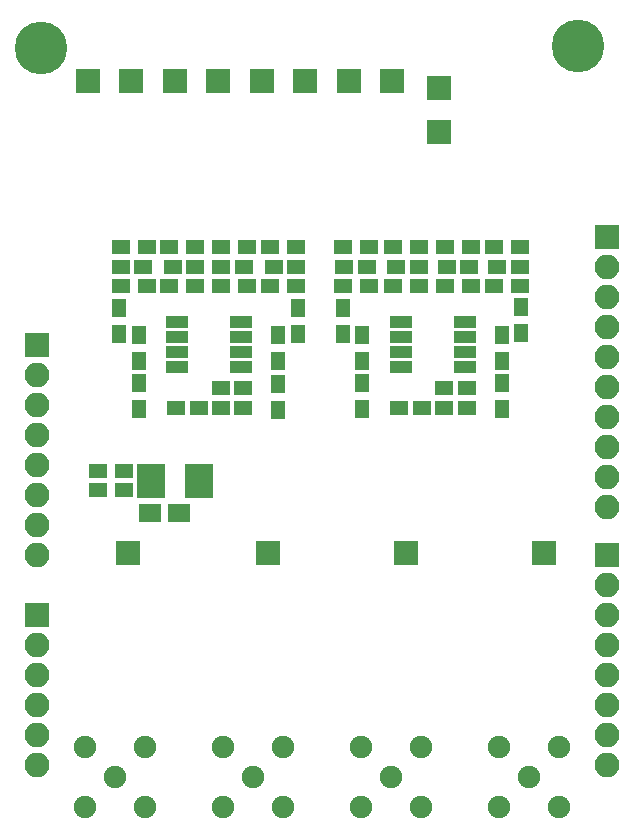
<source format=gbs>
G04 #@! TF.FileFunction,Soldermask,Bot*
%FSLAX46Y46*%
G04 Gerber Fmt 4.6, Leading zero omitted, Abs format (unit mm)*
G04 Created by KiCad (PCBNEW 4.0.7) date 04/28/18 13:58:35*
%MOMM*%
%LPD*%
G01*
G04 APERTURE LIST*
%ADD10C,0.100000*%
%ADD11C,1.906220*%
%ADD12C,4.464000*%
%ADD13R,2.100000X2.100000*%
%ADD14O,2.100000X2.100000*%
%ADD15R,1.950000X1.000000*%
%ADD16R,1.600000X1.150000*%
%ADD17R,1.900000X1.650000*%
%ADD18R,1.300000X1.600000*%
%ADD19R,1.600000X1.300000*%
%ADD20R,2.400000X2.900000*%
G04 APERTURE END LIST*
D10*
D11*
X159512000Y-140716000D03*
X162052000Y-138176000D03*
X162052000Y-143256000D03*
X156972000Y-138176000D03*
X156972000Y-143256000D03*
D12*
X175387000Y-78867000D03*
D11*
X136144000Y-140716000D03*
X138684000Y-138176000D03*
X138684000Y-143256000D03*
X133604000Y-138176000D03*
X133604000Y-143256000D03*
X147828000Y-140716000D03*
X150368000Y-138176000D03*
X150368000Y-143256000D03*
X145288000Y-138176000D03*
X145288000Y-143256000D03*
X171196000Y-140716000D03*
X173736000Y-138176000D03*
X173736000Y-143256000D03*
X168656000Y-138176000D03*
X168656000Y-143256000D03*
D13*
X177800000Y-94996000D03*
D14*
X177800000Y-97536000D03*
X177800000Y-100076000D03*
X177800000Y-102616000D03*
X177800000Y-105156000D03*
X177800000Y-107696000D03*
X177800000Y-110236000D03*
X177800000Y-112776000D03*
X177800000Y-115316000D03*
X177800000Y-117856000D03*
D13*
X129540000Y-104140000D03*
D14*
X129540000Y-106680000D03*
X129540000Y-109220000D03*
X129540000Y-111760000D03*
X129540000Y-114300000D03*
X129540000Y-116840000D03*
X129540000Y-119380000D03*
X129540000Y-121920000D03*
D13*
X177800000Y-121920000D03*
D14*
X177800000Y-124460000D03*
X177800000Y-127000000D03*
X177800000Y-129540000D03*
X177800000Y-132080000D03*
X177800000Y-134620000D03*
X177800000Y-137160000D03*
X177800000Y-139700000D03*
D13*
X129540000Y-127000000D03*
D14*
X129540000Y-129540000D03*
X129540000Y-132080000D03*
X129540000Y-134620000D03*
X129540000Y-137160000D03*
X129540000Y-139700000D03*
D15*
X141412000Y-106045000D03*
X141412000Y-104775000D03*
X141412000Y-103505000D03*
X141412000Y-102235000D03*
X146812000Y-102235000D03*
X146812000Y-103505000D03*
X146812000Y-104775000D03*
X146812000Y-106045000D03*
X160401000Y-106045000D03*
X160401000Y-104775000D03*
X160401000Y-103505000D03*
X160401000Y-102235000D03*
X165801000Y-102235000D03*
X165801000Y-103505000D03*
X165801000Y-104775000D03*
X165801000Y-106045000D03*
D13*
X137223500Y-121793000D03*
X149098000Y-121793000D03*
X160782000Y-121793000D03*
X163576000Y-82423000D03*
X163576000Y-86106000D03*
X172466000Y-121793000D03*
X133858000Y-81788000D03*
X141224000Y-81788000D03*
X148590000Y-81788000D03*
X155956000Y-81788000D03*
X137541000Y-81788000D03*
X144907000Y-81788000D03*
X152273000Y-81788000D03*
X159639000Y-81788000D03*
D16*
X136652000Y-97536000D03*
X138552000Y-97536000D03*
X155575000Y-97536000D03*
X157475000Y-97536000D03*
X147000000Y-107823000D03*
X145100000Y-107823000D03*
X165923000Y-107823000D03*
X164023000Y-107823000D03*
X141351000Y-109474000D03*
X143251000Y-109474000D03*
X160213000Y-109474000D03*
X162113000Y-109474000D03*
X142936000Y-97536000D03*
X141036000Y-97536000D03*
X161859000Y-97536000D03*
X159959000Y-97536000D03*
D17*
X139085000Y-118364000D03*
X141585000Y-118364000D03*
D16*
X151511000Y-97536000D03*
X149611000Y-97536000D03*
X170429000Y-97536000D03*
X168529000Y-97536000D03*
X147000000Y-109474000D03*
X145100000Y-109474000D03*
X165923000Y-109474000D03*
X164023000Y-109474000D03*
X145161000Y-97536000D03*
X147061000Y-97536000D03*
X164216000Y-97536000D03*
X166116000Y-97536000D03*
D18*
X136525000Y-101008000D03*
X136525000Y-103208000D03*
X155448000Y-101051000D03*
X155448000Y-103251000D03*
D19*
X136631500Y-99187000D03*
X138831500Y-99187000D03*
X155491000Y-99187000D03*
X157691000Y-99187000D03*
X136652000Y-95885000D03*
X138852000Y-95885000D03*
X155491000Y-95885000D03*
X157691000Y-95885000D03*
D18*
X138176000Y-109558000D03*
X138176000Y-107358000D03*
X157099000Y-109558000D03*
X157099000Y-107358000D03*
D19*
X140759000Y-95885000D03*
X142959000Y-95885000D03*
X159682000Y-95885000D03*
X161882000Y-95885000D03*
X142959000Y-99187000D03*
X140759000Y-99187000D03*
X161882000Y-99187000D03*
X159682000Y-99187000D03*
D18*
X138176000Y-105494000D03*
X138176000Y-103294000D03*
X157099000Y-105494000D03*
X157099000Y-103294000D03*
D19*
X136947000Y-114808000D03*
X134747000Y-114808000D03*
X134706000Y-116459000D03*
X136906000Y-116459000D03*
D18*
X151638000Y-101051000D03*
X151638000Y-103251000D03*
X170561000Y-100965000D03*
X170561000Y-103165000D03*
D19*
X151468000Y-99187000D03*
X149268000Y-99187000D03*
X170475000Y-99187000D03*
X168275000Y-99187000D03*
X151468000Y-95885000D03*
X149268000Y-95885000D03*
X170434000Y-95885000D03*
X168234000Y-95885000D03*
D18*
X149987000Y-109642000D03*
X149987000Y-107442000D03*
X168910000Y-109558000D03*
X168910000Y-107358000D03*
D19*
X147320000Y-95885000D03*
X145120000Y-95885000D03*
X166327000Y-95885000D03*
X164127000Y-95885000D03*
X145120000Y-99187000D03*
X147320000Y-99187000D03*
X164127000Y-99187000D03*
X166327000Y-99187000D03*
D18*
X149987000Y-105494000D03*
X149987000Y-103294000D03*
X168910000Y-105494000D03*
X168910000Y-103294000D03*
D20*
X139224000Y-115697000D03*
X143224000Y-115697000D03*
D12*
X129921000Y-78994000D03*
M02*

</source>
